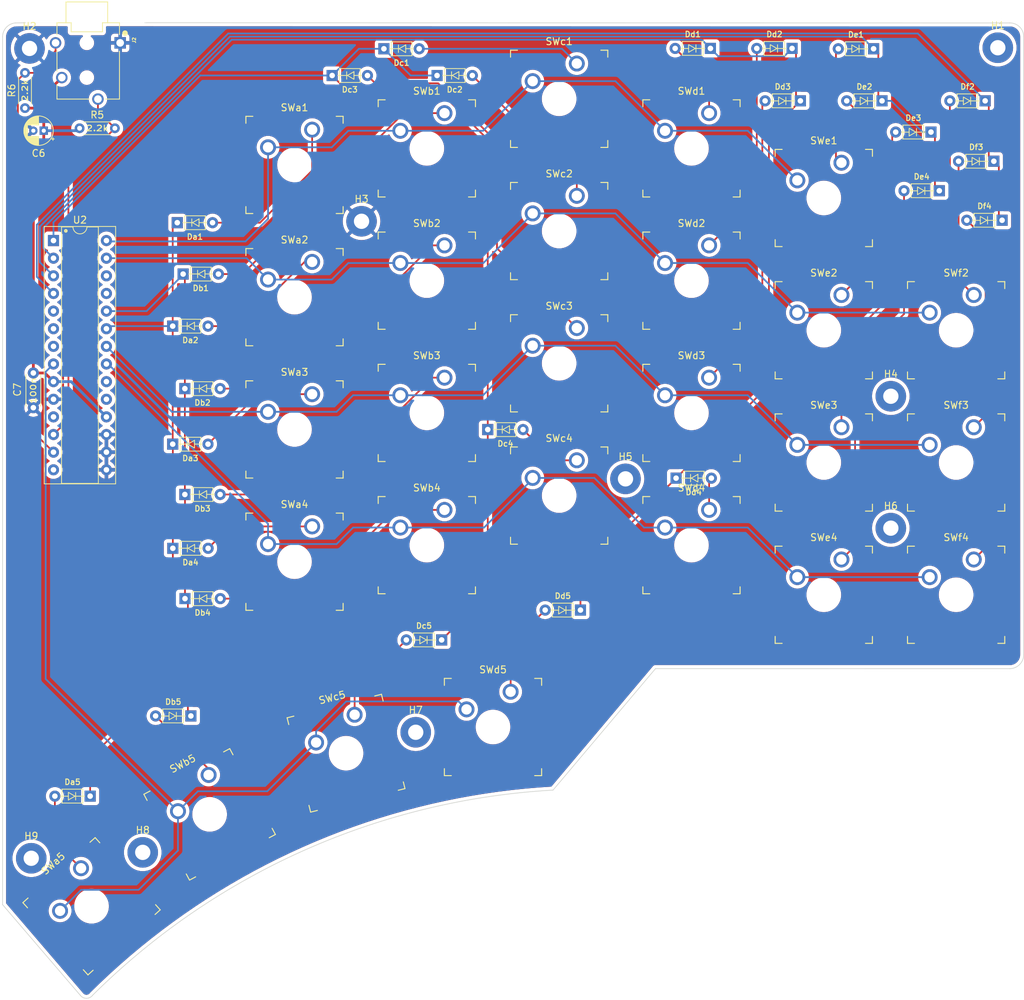
<source format=kicad_pcb>
(kicad_pcb (version 20211014) (generator pcbnew)
  (layers (0 "F.Cu" signal) (31 "B.Cu" signal) (36 "B.SilkS" user "B.Silkscreen") (37 "F.SilkS" user "F.Silkscreen") (38 "B.Mask" user) (39 "F.Mask" user) (44 "Edge.Cuts" user))
  (net 0 "")
  (net 1 "VCC")
  (net 2 "GND")
  (net 3 "/colA")
  (net 4 "Net-(Da1-Pad2)")
  (net 5 "Net-(Da2-Pad2)")
  (net 6 "Net-(Da3-Pad2)")
  (net 7 "Net-(Da4-Pad2)")
  (net 8 "Net-(Da5-Pad2)")
  (net 9 "/colB")
  (net 10 "Net-(Db1-Pad2)")
  (net 11 "Net-(Db2-Pad2)")
  (net 12 "Net-(Db3-Pad2)")
  (net 13 "Net-(Db4-Pad2)")
  (net 14 "Net-(Db5-Pad2)")
  (net 15 "/colC")
  (net 16 "Net-(Dc1-Pad2)")
  (net 17 "Net-(Dc2-Pad2)")
  (net 18 "Net-(Dc3-Pad2)")
  (net 19 "Net-(Dc4-Pad2)")
  (net 20 "Net-(Dc5-Pad2)")
  (net 21 "/colD")
  (net 22 "Net-(Dd1-Pad2)")
  (net 23 "Net-(Dd2-Pad2)")
  (net 24 "Net-(Dd3-Pad2)")
  (net 25 "Net-(Dd4-Pad2)")
  (net 26 "Net-(Dd5-Pad2)")
  (net 27 "/colE")
  (net 28 "Net-(De1-Pad2)")
  (net 29 "Net-(De2-Pad2)")
  (net 30 "Net-(De3-Pad2)")
  (net 31 "Net-(De4-Pad2)")
  (net 32 "/colF")
  (net 33 "Net-(Df2-Pad2)")
  (net 34 "Net-(Df3-Pad2)")
  (net 35 "Net-(Df4-Pad2)")
  (net 36 "/i2c_SCL")
  (net 37 "/i2c_SDA")
  (net 38 "/row1")
  (net 39 "/row2")
  (net 40 "/row3")
  (net 41 "/row4")
  (net 42 "/row5")
  (footprint "MountingHole:MountingHole_2.2mm_M2_Pad" (layer "F.Cu") (at 28.6 9.5)
    (fp_text reference "H5")
    (fp_text value "M2")
  )
  (footprint "BlueJay footprints:SW_MX_Plate" (layer "F.Cu") (at 38.1 -38.1)
    (fp_text reference "SWd1")
    (fp_text value "KEYSW")
  )
  (footprint "MountingHole:MountingHole_2.2mm_M2_Pad" (layer "F.Cu") (at -9.4 -27.6)
    (fp_text reference "H3")
    (fp_text value "M2")
  )
  (footprint "MountingHole:MountingHole_2.2mm_M2_Pad" (layer "F.Cu") (at 66.8 -2.4)
    (fp_text reference "H4")
    (fp_text value "M2")
  )
  (footprint "BlueJay footprints:D_DO-35_SOD27_P5.08mm_Horizontal" (layer "F.Cu") (at 7.5 2.4)
    (fp_text reference "Dc4")
    (fp_text value "1N4148")
  )
  (footprint "BlueJay footprints:D_DO-35_SOD27_P5.08mm_Horizontal" (layer "F.Cu") (at -36.1063 -3.5)
    (fp_text reference "Db2")
    (fp_text value "1N4148")
  )
  (footprint "BlueJay footprints:D_DO-35_SOD27_P5.08mm_Horizontal" (layer "F.Cu") (at -36.1063 11.75)
    (fp_text reference "Db3")
    (fp_text value "1N4148")
  )
  (footprint "BlueJay footprints:SW_MX_Plate" (layer "F.Cu") (at -31.2712 57.8263 28)
    (fp_text reference "SWb5")
    (fp_text value "KEYSW")
  )
  (footprint "BlueJay footprints:CUI_SJ-43514" (layer "F.Cu") (at -48.95 -50.7 -90)
    (fp_text reference "J2")
    (fp_text value "SJ-43514")
    (fp_line (start -5.5 2.25) (end -5.5 8.85) (layer "Edge.Cuts") (width 0.01))
    (fp_line (start -5.5 -2.25) (end -4.2 -2.25) (layer "Edge.Cuts") (width 0.01))
    (fp_line (start -5.5 -8.35) (end -5.5 -2.25) (layer "Edge.Cuts") (width 0.01))
    (fp_line (start -4.2 -2.25) (end -4.2 2.25) (layer "Edge.Cuts") (width 0.01))
    (fp_line (start -4.2 2.25) (end -5.5 2.25) (layer "Edge.Cuts") (width 0.01))
  )
  (footprint "BlueJay footprints:SW_MX_Plate" (layer "F.Cu") (at 0 -38.1)
    (fp_text reference "SWb1")
    (fp_text value "KEYSW")
  )
  (footprint "BlueJay footprints:SW_MX_Plate" (layer "F.Cu") (at 38.1 0)
    (fp_text reference "SWd3")
    (fp_text value "KEYSW")
  )
  (footprint "BlueJay footprints:CP_Radial_D4.0mm_P1.50mm" (layer "F.Cu") (at -55.15 -40.65 180)
    (fp_text reference "C6")
    (fp_text value "4.7u")
  )
  (footprint "BlueJay footprints:D_DO-35_SOD27_P5.08mm_Horizontal" (layer "F.Cu") (at -36.3563 -20)
    (fp_text reference "Db1")
    (fp_text value "1N4148")
  )
  (footprint "BlueJay footprints:D_DO-35_SOD27_P5.08mm_Horizontal" (layer "F.Cu") (at 84.0875 -27.75 180)
    (fp_text reference "Df4")
    (fp_text value "1N4148")
  )
  (footprint "BlueJay footprints:D_DO-35_SOD27_P5.08mm_Horizontal" (layer "F.Cu") (at 82.9 -36.25 180)
    (fp_text reference "Df3")
    (fp_text value "1N4148")
  )
  (footprint "BlueJay footprints:SW_MX_Plate" (layer "F.Cu") (at 76.2 -11.9063)
    (fp_text reference "SWf2")
    (fp_text value "KEYSW")
  )
  (footprint "MountingHole:MountingHole_2.2mm_M2_Pad" (layer "F.Cu") (at -57.2 -52.5)
    (fp_text reference "H2")
    (fp_text value "M2")
  )
  (footprint "BlueJay footprints:D_DO-35_SOD27_P5.08mm_Horizontal" (layer "F.Cu") (at 65.5875 -52.45 180)
    (fp_text reference "De1")
    (fp_text value "1N4148")
  )
  (footprint "MountingHole:MountingHole_2.2mm_M2_Pad" (layer "F.Cu") (at 82.2 -52.6)
    (fp_text reference "H1")
    (fp_text value "M2")
  )
  (footprint "BlueJay footprints:SW_MX_Plate" (layer "F.Cu") (at 38.1 19.05)
    (fp_text reference "SWd4")
    (fp_text value "KEYSW")
  )
  (footprint "MountingHole:MountingHole_2.2mm_M2_Pad" (layer "F.Cu") (at -1.6 46)
    (fp_text reference "H7")
    (fp_text value "M2")
  )
  (footprint "BlueJay footprints:SW_MX_Plate" (layer "F.Cu") (at 76.2 26.1938)
    (fp_text reference "SWf4")
    (fp_text value "KEYSW")
  )
  (footprint "BlueJay footprints:SW_MX_Plate" (layer "F.Cu") (at -19.05 2.3813)
    (fp_text reference "SWa3")
    (fp_text value "KEYSW")
  )
  (footprint "BlueJay footprints:SW_MX_Plate" (layer "F.Cu") (at 19.05 -7.1438)
    (fp_text reference "SWc3")
    (fp_text value "KEYSW")
  )
  (footprint "BlueJay footprints:D_DO-35_SOD27_P5.08mm_Horizontal" (layer "F.Cu") (at -37.8563 -12.5)
    (fp_text reference "Da2")
    (fp_text value "1N4148")
  )
  (footprint "MountingHole:MountingHole_2.2mm_M2_Pad" (layer "F.Cu") (at -40.9 63.3)
    (fp_text reference "H8")
    (fp_text value "M2")
  )
  (footprint "BlueJay footprints:SW_MX_Plate" (layer "F.Cu") (at 38.1 -19.05)
    (fp_text reference "SWd2")
    (fp_text value "KEYSW")
  )
  (footprint "BlueJay footprints:SW_MX_Plate" (layer "F.Cu") (at 0 -19.05)
    (fp_text reference "SWb2")
    (fp_text value "KEYSW")
  )
  (footprint "BlueJay footprints:D_DO-35_SOD27_P5.08mm_Horizontal" (layer "F.Cu") (at -37.8563 4.5)
    (fp_text reference "Da3")
    (fp_text value "1N4148")
  )
  (footprint "BlueJay footprints:SW_MX_Plate" (layer "F.Cu") (at 76.2 7.1438)
    (fp_text reference "SWf3")
    (fp_text value "KEYSW")
  )
  (footprint "BlueJay footprints:R_Axial_DIN0204_L3.6mm_D1.6mm_P5.08mm_Horizontal" (layer "F.Cu") (at -57.85 -43.9 90)
    (fp_text reference "R6")
    (fp_text value "2.2k")
  )
  (footprint "BlueJay footprints:SW_MX_Plate" (layer "F.Cu") (at 0 0)
    (fp_text reference "SWb3")
    (fp_text value "KEYSW")
  )
  (footprint "BlueJay footprints:D_DO-35_SOD27_P5.08mm_Horizontal" (layer "F.Cu") (at 34.6125 9.4)
    (fp_text reference "Dd4")
    (fp_text value "1N4148")
  )
  (footprint "BlueJay footprints:SW_MX_Plate" (layer "F.Cu") (at 57.15 26.1938)
    (fp_text reference "SWe4")
    (fp_text value "KEYSW")
  )
  (footprint "BlueJay footprints:SW_MX_Plate" (layer "F.Cu") (at -19.05 -16.6688)
    (fp_text reference "SWa2")
    (fp_text value "KEYSW")
  )
  (footprint "BlueJay footprints:SW_MX_Plate" (layer "F.Cu") (at 0 19.05)
    (fp_text reference "SWb4")
    (fp_text value "KEYSW")
  )
  (footprint "BlueJay footprints:D_DO-35_SOD27_P5.08mm_Horizontal" (layer "F.Cu") (at 42.1 -52.5 180)
    (fp_text reference "Dd1")
    (fp_text value "1N4148")
  )
  (footprint "BlueJay footprints:SW_MX_Plate" (layer "F.Cu") (at -19.05 -35.7188)
    (fp_text reference "SWa1")
    (fp_text value "KEYSW")
  )
  (footprint "BlueJay footprints:SW_MX_Plate" (layer "F.Cu") (at 57.15 7.1438)
    (fp_text reference "SWe3")
    (fp_text value "KEYSW")
  )
  (footprint "BlueJay footprints:D_DO-35_SOD27_P5.08mm_Horizontal" (layer "F.Cu") (at 55.05 -44.95 180)
    (fp_text reference "Dd3")
    (fp_text value "1N4148")
  )
  (footprint "BlueJay footprints:D_DO-35_SOD27_P5.08mm_Horizontal" (layer "F.Cu") (at -36.0875 26.75)
    (fp_text reference "Db4")
    (fp_text value "1N4148")
  )
  (footprint "BlueJay footprints:SW_MX_Plate" (layer "F.Cu") (at 19.05 -45.2438)
    (fp_text reference "SWc1")
    (fp_text value "KEYSW")
  )
  (footprint "BlueJay footprints:D_DO-35_SOD27_P5.08mm_Horizontal" (layer "F.Cu") (at 73.85 -40.45 180)
    (fp_text reference "De3")
    (fp_text value "1N4148")
  )
  (footprint "MountingHole:MountingHole_2.2mm_M2_Pad" (layer "F.Cu") (at -56.95 64.15)
    (fp_text reference "H9")
    (fp_text value "M2")
  )
  (footprint "BlueJay footprints:D_DO-35_SOD27_P5.08mm_Horizontal" (layer "F.Cu") (at -7.45 -52.45)
    (fp_text reference "Dc1")
    (fp_text value "1N4148")
  )
  (footprint "BlueJay footprints:R_Axial_DIN0204_L3.6mm_D1.6mm_P5.08mm_Horizontal" (layer "F.Cu") (at -49.99 -41)
    (fp_text reference "R5")
    (fp_text value "2.2k")
  )
  (footprint "BlueJay footprints:SW_MX_Plate" (layer "F.Cu") (at -11.6312 49.0163 14)
    (fp_text reference "SWc5")
    (fp_text value "KEYSW")
  )
  (footprint "BlueJay footprints:SW_MX_Plate" (layer "F.Cu") (at -19.05 21.4313)
    (fp_text reference "SWa4")
    (fp_text value "KEYSW")
  )
  (footprint "BlueJay footprints:D_DO-35_SOD27_P5.08mm_Horizontal" (layer "F.Cu") (at -14.9 -48.6)
    (fp_text reference "Dc3")
    (fp_text value "1N4148")
  )
  (footprint "BlueJay footprints:D_DO-35_SOD27_P5.08mm_Horizontal" (layer "F.Cu") (at 53.85 -52.5 180)
    (fp_text reference "Dd2")
    (fp_text value "1N4148")
  )
  (footprint "BlueJay footprints:C_Disc_D4.3mm_W1.9mm_P5.00mm" (layer "F.Cu") (at -56.65 -5.75 -90)
    (fp_text reference "C7")
    (fp_text value "100n")
  )
  (footprint "BlueJay footprints:SW_MX_Plate" (layer "F.Cu") (at 9.525 45.2438)
    (fp_text reference "SWd5")
    (fp_text value "KEYSW")
  )
  (footprint "BlueJay footprints:D_DO-35_SOD27_P5.08mm_Horizontal" (layer "F.Cu") (at 23.3875 28.4 180)
    (fp_text reference "Dd5")
    (fp_text value "1N4148")
  )
  (footprint "Package_DIP_AKL:DIP-28_W7.62mm_Socket" (layer "F.Cu") (at -53.75 -24.825)
    (fp_text reference "U2")
    (fp_text value "MCP23017")
  )
  (footprint "BlueJay footprints:SW_MX_Plate" (layer "F.Cu") (at 19.05 11.9063)
    (fp_text reference "SWc4")
    (fp_text value "KEYSW")
  )
  (footprint "BlueJay footprints:D_DO-35_SOD27_P5.08mm_Horizontal" (layer "F.Cu") (at 0.2 -48.6)
    (fp_text reference "Dc2")
    (fp_text value "1N4148")
  )
  (footprint "BlueJay footprints:SW_MX_Plate" (layer "F.Cu") (at 57.15 -11.9063)
    (fp_text reference "SWe2")
    (fp_text value "KEYSW")
  )
  (footprint "BlueJay footprints:D_DO-35_SOD27_P5.08mm_Horizontal" (layer "F.Cu") (at 66.8 -44.95 180)
    (fp_text reference "De2")
    (fp_text value "1N4148")
  )
  (footprint "BlueJay footprints:D_DO-35_SOD27_P5.08mm_Horizontal" (layer "F.Cu") (at 3.4 32.7 180)
    (fp_text reference "Dc5")
    (fp_text value "1N4148")
  )
  (footprint "BlueJay footprints:D_DO-35_SOD27_P5.08mm_Horizontal" (layer "F.Cu") (at 81.65 -44.95 180)
    (fp_text reference "Df2")
    (fp_text value "1N4148")
  )
  (footprint "BlueJay footprints:SW_MX_Plate" (layer "F.Cu") (at 19.05 -26.1938)
    (fp_text reference "SWc2")
    (fp_text value "KEYSW")
  )
  (footprint "BlueJay footprints:D_DO-35_SOD27_P5.08mm_Horizontal" (layer "F.Cu") (at -37.8375 19.5)
    (fp_text reference "Da4")
    (fp_text value "1N4148")
  )
  (footprint "BlueJay footprints:D_DO-35_SOD27_P5.08mm_Horizontal" (layer "F.Cu") (at -32.7 43.65 180)
    (fp_text reference "Db5")
    (fp_text value "1N4148")
  )
  (footprint "BlueJay footprints:SW_MX_Plate" (layer "F.Cu") (at -48.27 71.06 42)
    (fp_text reference "SWa5")
    (fp_text value "KEYSW")
  )
  (footprint "BlueJay footprints:D_DO-35_SOD27_P5.08mm_Horizontal" (layer "F.Cu") (at 75.05 -32 180)
    (fp_text reference "De4")
    (fp_text value "1N4148")
  )
  (footprint "BlueJay footprints:SW_MX_Plate" (layer "F.Cu") (at 57.15 -30.9563)
    (fp_text reference "SWe1")
    (fp_text value "KEYSW")
  )
  (footprint "BlueJay footprints:D_DO-35_SOD27_P5.08mm_Horizontal" (layer "F.Cu") (at -37.2 -27.4)
    (fp_text reference "Da1")
    (fp_text value "1N4148")
  )
  (footprint "MountingHole:MountingHole_2.2mm_M2_Pad" (layer "F.Cu") (at 66.8 16.6)
    (fp_text reference "H6")
    (fp_text value "M2")
  )
  (footprint "BlueJay footprints:D_DO-35_SOD27_P5.08mm_Horizontal" (layer "F.Cu") (at -47.2 55.2 180)
    (fp_text reference "Da5")
    (fp_text value "1N4148")
  )
  (gr_line (start 85.928875 34.81) (end 85.927845 -54.17775) (layer "Edge.Cuts") (width 0.1))
  (gr_line (start -57.8 -56.2) (end -59.2 -56.175) (layer "Edge.Cuts") (width 0.1))
  (gr_arc (start 85.928875 34.81) (mid 85.346563 36.23553) (end 83.928876 36.836717) (layer "Edge.Cuts") (width 0.1))
  (gr_arc (start -61.077843 -54.17) (mid -60.533214 -55.541811) (end -59.2 -56.175) (layer "Edge.Cuts") (width 0.1))
  (gr_line (start 83.927845 -56.17) (end -40.6 -56.2) (layer "Edge.Cuts") (width 0.1))
  (gr_line (start -49.877844 83.9) (end -61.077844 70.83) (layer "Edge.Cuts") (width 0.1))
  (gr_line (start 32.922156 36.83) (end 83.928876 36.836717) (layer "Edge.Cuts") (width 0.1))
  (gr_arc (start -48.107844 83.87) (mid -48.985464 84.321423) (end -49.877844 83.9) (layer "Edge.Cuts") (width 0.1))
  (gr_arc (start -48.107844 83.87) (mid -17.679753 63.015187) (end 18.172156 54.33) (layer "Edge.Cuts") (width 0.1))
  (gr_line (start 18.172156 54.33) (end 32.922156 36.83) (layer "Edge.Cuts") (width 0.1))
  (gr_line (start -61.077843 -54.17) (end -61.077844 70.83) (layer "Edge.Cuts") (width 0.1))
  (gr_arc (start 83.927845 -56.17) (mid 85.346087 -55.593736) (end 85.927845 -54.17775) (layer "Edge.Cuts") (width 0.1))
  (segment (start -55.15 -39.25) (end -55.15 -40.65) (width 0.4) (layer "F.Cu") (net 1))
  (segment (start -57.85 -43.9) (end -55.2 -43.9) (width 0.4) (layer "F.Cu") (net 1))
  (segment (start -56.65 -5.75) (end -54.995 -5.75) (width 0.4) (layer "F.Cu") (net 1))
  (segment (start -55.15 -40.65) (end -55.15 -43.95) (width 0.4) (layer "F.Cu") (net 1))
  (segment (start -55.2 -43.9) (end -55.15 -43.95) (width 0.4) (layer "F.Cu") (net 1))
  (segment (start -55.15 -43.95) (end -55.15 -45.7) (width 0.4) (layer "F.Cu") (net 1))
  (segment (start -54.995 -5.75) (end -53.75 -4.505) (width 0.4) (layer "F.Cu") (net 1))
  (segment (start -56.65 -37.75) (end -55.15 -39.25) (width 0.4) (layer "F.Cu") (net 1))
  (segment (start -55.15 -45.7) (end -52.55 -48.3) (width 0.4) (layer "F.Cu") (net 1))
  (segment (start -56.65 -5.75) (end -56.65 -37.75) (width 0.4) (layer "F.Cu") (net 1))
  (segment (start -55.15 -40.65) (end -50.34 -40.65) (width 0.4) (layer "B.Cu") (net 1))
  (segment (start -50.34 -40.65) (end -49.99 -41) (width 0.4) (layer "B.Cu") (net 1))
  (segment (start -51.21 -4.505) (end -46.13 0.575) (width 0.4) (layer "B.Cu") (net 1))
  (segment (start -53.75 -4.505) (end -51.21 -4.505) (width 0.4) (layer "B.Cu") (net 1))
  (segment (start -36.5675 19.5) (end -36.5675 4.5188) (width 0.25) (layer "F.Cu") (net 3))
  (segment (start -36.5863 -26.7437) (end -35.93 -27.4) (width 0.25) (layer "F.Cu") (net 3))
  (segment (start -36.5675 4.5188) (end -36.5863 4.5) (width 0.25) (layer "F.Cu") (net 3))
  (segment (start -48.47 55.2) (end -48.47 49.72) (width 0.25) (layer "F.Cu") (net 3))
  (segment (start -36.5863 -12.5) (end -36.5863 -26.7437) (width 0.25) (layer "F.Cu") (net 3))
  (segment (start -36.5675 37.8175) (end -36.5675 19.5) (width 0.25) (layer "F.Cu") (net 3))
  (segment (start -48.47 49.72) (end -36.5675 37.8175) (width 0.25) (layer "F.Cu") (net 3))
  (segment (start -36.5863 4.5) (end -36.5863 -12.5) (width 0.25) (layer "F.Cu") (net 3))
  (segment (start -45.755 -12.5) (end -46.13 -12.125) (width 0.25) (layer "B.Cu") (net 3))
  (segment (start -36.5863 -12.5) (end -45.755 -12.5) (width 0.25) (layer "B.Cu") (net 3))
  (segment (start -24.019346 -27.4) (end -30.85 -27.4) (width 0.25) (layer "F.Cu") (net 4))
  (segment (start -16.51 -40.7988) (end -16.51 -34.909346) (width 0.25) (layer "F.Cu") (net 4))
  (segment (start -16.51 -34.909346) (end -24.019346 -27.4) (width 0.25) (layer "F.Cu") (net 4))
  (segment (start -17.6012 -21.7488) (end -26.85 -12.5) (width 0.25) (layer "F.Cu") (net 5))
  (segment (start -16.51 -21.7488) (end -17.6012 -21.7488) (width 0.25) (layer "F.Cu") (net 5))
  (segment (start -26.85 -12.5) (end -31.5063 -12.5) (width 0.25) (layer "F.Cu") (net 5))
  (segment (start -16.51 -2.6987) (end -24.3076 -2.6987) (width 0.25) (layer "F.Cu") (net 6))
  (segment (start -24.3076 -2.6987) (end -31.5063 4.5) (width 0.25) (layer "F.Cu") (net 6))
  (segment (start -16.51 16.3513) (end -28.3388 16.3513) (width 0.25) (layer "F.Cu") (net 7))
  (segment (start -28.3388 16.3513) (end -31.4875 19.5) (width 0.25) (layer "F.Cu") (net 7))
  (segment (start -53.55 61.816829) (end -49.781596 65.585233) (width 0.25) (layer "F.Cu") (net 8))
  (segment (start -53.55 55.2) (end -53.55 61.816829) (width 0.25) (layer "F.Cu") (net 8))
  (segment (start -34.8363 11.75) (end -34.8363 -3.5) (width 0.25) (layer "F.Cu") (net 9))
  (segment (start -34.8363 -19.75) (end -35.0863 -20) (width 0.25) (layer "F.Cu") (net 9))
  (segment (start -33.97 43.65) (end -34.4 43.22) (width 0.25) (layer "F.Cu") (net 9))
  (segment (start -34.8175 26.75) (end -34.8175 11.7688) (width 0.25) (layer "F.Cu") (net 9))
  (segment (start -34.8363 -3.5) (end -34.8363 -19.75) (width 0.25) (layer "F.Cu") (net 9))
  (segment (start -34.4 43.22) (end -34.4 27.1675) (width 0.25) (layer "F.Cu") (net 9))
  (segment (start -34.8175 11.7688) (end -34.8363 11.75) (width 0.25) (layer "F.Cu") (net 9))
  (segment (start -34.4 27.1675) (end -34.8175 26.75) (width 0.25) (layer "F.Cu") (net 9))
  (segment (start -35.0863 -20) (end -35.0863 -19.9137) (width 0.25) (layer "B.Cu") (net 9))
  (segment (start -40.335 -14.665) (end -46.13 -14.665) (width 0.25) (layer "B.Cu") (net 9))
  (segment (start -35.0863 -19.9137) (end -40.335 -14.665) (width 0.25) (layer "B.Cu") (net 9))
  (segment (start 2.54 -43.18) (end -3.345375 -43.18) (width 0.25) (layer "F.Cu") (net 10))
  (segment (start -3.345375 -43.18) (end -26.525375 -20) (width 0.25) (layer "F.Cu") (net 10))
  (segment (start -26.525375 -20) (end -30.0063 -20) (width 0.25) (layer "F.Cu") (net 10))
  (segment (start -19.824625 -3.5) (end -29.7563 -3.5) (width 0.25) (layer "F.Cu") (net 11))
  (segment (start 0.805375 -24.13) (end -19.824625 -3.5) (width 0.25) (layer "F.Cu") (net 11))
  (segment (start 2.54 -24.13) (end 0.805375 -24.13) (width 0.25) (layer "F.Cu") (net 11))
  (segment (start 0.805375 -5.08) (end -16.024625 11.75) (width 0.25) (layer "F.Cu") (net 12))
  (segment (start -16.024625 11.75) (end -29.7563 11.75) (width 0.25) (layer "F.Cu") (net 12))
  (segment (start 2.54 -5.08) (end 0.805375 -5.08) (width 0.25) (layer "F.Cu") (net 12))
  (segment (start -17.4 26.75) (end -29.7375 26.75) (width 0.25) (layer "F.Cu") (net 13))
  (segment (start -4.62 13.97) (end -17.4 26.75) (width 0.25) (layer "F.Cu") (net 13))
  (segment (start 2.54 13.97) (end -4.62 13.97) (width 0.25) (layer "F.Cu") (net 13))
  (segment (start -31.413429 51.286571) (end -31.413429 52.148468) (width 0.25) (layer "F.Cu") (net 14))
  (segment (start -39.05 43.65) (end -31.413429 51.286571) (width 0.25) (layer "F.Cu") (net 14))
  (segment (start 2.25 -45.9) (end -10.93 -45.9) (width 0.25) (layer "F.Cu") (net 15))
  (segment (start 8.77 -39.38) (end 2.25 -45.9) (width 0.25) (layer "F.Cu") (net 15))
  (segment (start 8.77 26.06) (end 8.77 2.4) (width 0.25) (layer "F.Cu") (net 15))
  (segment (start 8.77 2.4) (end 8.77 -39.38) (width 0.25) (layer "F.Cu") (net 15))
  (segment (start -10.93 -45.9) (end -13.63 -48.6) (width 0.25) (layer "F.Cu") (net 15))
  (segment (start 2.13 32.7) (end 8.77 26.06) (width 0.25) (layer "F.Cu") (net 15))
  (segment (start -9.78 -52.45) (end -13.63 -48.6) (width 0.25) (layer "B.Cu") (net 15))
  (segment (start -53.75 -27.464282) (end -53.75 -24.825) (width 0.25) (layer "B.Cu") (net 15))
  (segment (start -32.614282 -48.6) (end -53.75 -27.464282) (width 0.25) (layer "B.Cu") (net 15))
  (segment (start -13.63 -48.6) (end -32.614282 -48.6) (width 0.25) (layer "B.Cu") (net 15))
  (segment (start -2.33 -48.6) (end -6.18 -52.45) (width 0.25) (layer "B.Cu") (net 15))
  (segment (start -6.18 -52.45) (end -9.78 -52.45) (width 0.25) (layer "B.Cu") (net 15))
  (segment (start 1.47 -48.6) (end -2.33 -48.6) (width 0.25) (layer "B.Cu") (net 15))
  (segment (start 19.4638 -52.45) (end 21.59 -50.3238) (width 0.25) (layer "B.Cu") (net 16))
  (segment (start -1.1 -52.45) (end 19.4638 -52.45) (width 0.25) (layer "B.Cu") (net 16))
  (segment (start 21.59 -31.2738) (end 21.59 -33.56) (width 0.25) (layer "F.Cu") (net 17))
  (segment (start 21.59 -33.56) (end 6.55 -48.6) (width 0.25) (layer "F.Cu") (net 17))
  (segment (start 1.624511 -47.475489) (end -7.425489 -47.475489) (width 0.25) (layer "F.Cu") (net 18))
  (segment (start 10.1 -39) (end 1.624511 -47.475489) (width 0.25) (layer "F.Cu") (net 18))
  (segment (start 10.1 -23.7138) (end 10.1 -39) (width 0.25) (layer "F.Cu") (net 18))
  (segment (start 21.59 -12.2238) (end 10.1 -23.7138) (width 0.25) (layer "F.Cu") (net 18))
  (segment (start -7.425489 -47.475489) (end -8.55 -48.6) (width 0.25) (layer "F.Cu") (net 18))
  (segment (start 21.59 6.8263) (end 18.2763 6.8263) (width 0.25) (layer "F.Cu") (net 19))
  (segment (start 18.2763 6.8263) (end 13.85 2.4) (width 0.25) (layer "F.Cu") (net 19))
  (segment (start -10.395612 40.145612) (end -2.95 32.7) (width 0.25) (layer "F.Cu") (net 20))
  (segment (start -10.395612 43.472716) (end -10.395612 40.145612) (width 0.25) (layer "F.Cu") (net 20))
  (segment (start 22.1175 23.165) (end 35.8825 9.4) (width 0.25) (layer "F.Cu") (net 21))
  (segment (start 22.1175 28.4) (end 22.1175 23.165) (width 0.25) (layer "F.Cu") (net 21))
  (segment (start 53.15 -45.58) (end 53.15 -51.93) (width 0.25) (layer "F.Cu") (net 21))
  (segment (start 53.78 -44.95) (end 53.15 -45.58) (width 0.25) (layer "F.Cu") (net 21))
  (segment (start 35.8825 9.4) (end 49.25 -3.9675) (width 0.25) (layer "F.Cu") (net 21))
  (segment (start 49.25 -40.42) (end 53.78 -44.95) (width 0.25) (layer "F.Cu") (net 21))
  (segment (start 49.25 -3.9675) (end 49.25 -40.42) (width 0.25) (layer "F.Cu") (net 21))
  (segment (start 36.17 9.5) (end 35.5 9.5) (width 0.25) (layer "F.Cu") (net 21))
  (segment (start 53.15 -51.93) (end 52.58 -52.5) (width 0.25) (layer "F.Cu") (net 21))
  (segment (start -55.2 -26.65) (end -55.2 -23.735) (width 0.25) (layer "B.Cu") (net 21))
  (segment (start -28.1 -53.75) (end -55.2 -26.65) (width 0.25) (layer "B.Cu") (net 21))
  (segment (start -55.2 -23.735) (end -53.75 -22.285) (width 0.25) (layer "B.Cu") (net 21))
  (segment (start 40.83 -52.5) (end 39.58 -53.75) (width 0.25) (layer "B.Cu") (net 21))
  (segment (start 41.954511 -51.375489) (end 40.83 -52.5) (width 0.25) (layer "B.Cu") (net 21))
  (segment (start 51.455489 -51.375489) (end 41.954511 -51.375489) (width 0.25) (layer "B.Cu") (net 21))
  (segment (start 52.58 -52.5) (end 51.455489 -51.375489) (width 0.25) (layer "B.Cu") (net 21))
  (segment (start 39.58 -53.75) (end -28.1 -53.75) (width 0.25) (layer "B.Cu") (net 21))
  (segment (start 40.64 -47.61) (end 35.75 -52.5) (width 0.25) (layer "F.Cu") (net 22))
  (segment (start 40.64 -43.18) (end 40.64 -47.61) (width 0.25) (layer "F.Cu") (net 22))
  (segment (start 40.64 -24.13) (end 47.5 -30.99) (width 0.25) (layer "F.Cu") (net 23))
  (segment (start 47.5 -30.99) (end 47.5 -52.5) (width 0.25) (layer "F.Cu") (net 23))
  (segment (start 48.3 -44.55) (end 48.7 -44.95) (width 0.25) (layer "F.Cu") (net 24))
  (segment (start 40.64 -5.08) (end 48.3 -12.74) (width 0.25) (layer "F.Cu") (net 24))
  (segment (start 48.3 -12.74) (end 48.3 -44.55) (width 0.25) (layer "F.Cu") (net 24))
  (segment (start 40.64 9.7225) (end 40.9625 9.4) (width 0.25) (layer "F.Cu") (net 25))
  (segment (start 40.64 13.97) (end 40.64 9.7225) (width 0.25) (layer "F.Cu") (net 25))
  (segment (start 12.065 40.1638) (end 12.065 33.3725) (width 0.25) (layer "F.Cu") (net 26))
  (segment (start 12.065 33.3725) (end 17.0375 28.4) (width 0.25) (layer "F.Cu") (net 26))
  (segment (start 65.53 -44.95) (end 65 -45.48) (width 0.25) (layer "F.Cu") (net 27))
  (segment (start 73.78 -32) (end 73.15 -32.63) (width 0.25) (layer "F.Cu") (net 27))
  (segment (start 73.15 -32.63) (end 73.15 -39.88) (width 0.25) (layer "F.Cu") (net 27))
  (segment (start 65 -45.48) (end 65 -51.7675) (width 0.25) (layer "F.Cu") (net 27))
  (segment (start 65 -51.7675) (end 64.3175 -52.45) (width 0.25) (layer "F.Cu") (net 27))
  (segment (start 73.15 -39.88) (end 72.58 -40.45) (width 0.25) (layer "F.Cu") (net 27))
  (segment (start 62.56798 -54.19952) (end -28.35048 -54.19952) (width 0.25) (layer "B.Cu") (net 27))
  (segment (start 66.85 -44.95) (end 65.53 -44.95) (width 0.25) (layer "B.Cu") (net 27))
  (segment (start -55.70048 -21.69548) (end -53.75 -19.745) (width 0.25) (layer "B.Cu") (net 27))
  (segment (start -28.35048 -54.19952) (end -55.70048 -26.84952) (width 0.25) (layer "B.Cu") (net 27))
  (segment (start 64.3175 -52.45) (end 62.56798 -54.19952) (width 0.25) (layer "B.Cu") (net 27))
  (segment (start 71.35 -40.45) (end 66.85 -44.95) (width 0.25) (layer "B.Cu") (net 27))
  (segment (start 72.58 -40.45) (end 71.35 -40.45) (width 0.25) (layer "B.Cu") (net 27))
  (segment (start -55.70048 -26.84952) (end -55.70048 -21.69548) (width 0.25) (layer "B.Cu") (net 27))
  (segment (start 58.9 -36.8263) (end 58.9 -52.1125) (width 0.25) (layer "F.Cu") (net 28))
  (segment (start 58.9 -52.1125) (end 59.2375 -52.45) (width 0.25) (layer "F.Cu") (net 28))
  (segment (start 59.69 -36.0363) (end 58.9 -36.8263) (width 0.25) (layer "F.Cu") (net 28))
  (segment (start 59.69 -16.9863) (end 61.75 -19.0463) (width 0.25) (layer "F.Cu") (net 29))
  (segment (start 61.75 -43.65) (end 60.45 -44.95) (width 0.25) (layer "F.Cu") (net 29))
  (segment (start 61.75 -19.0463) (end 61.75 -43.65) (width 0.25) (layer "F.Cu") (net 29))
  (segment (start 59.69 -9.69) (end 67 -17) (width 0.25) (layer "F.Cu") (net 30))
  (segment (start 67 -39.95) (end 67.5 -40.45) (width 0.25) (layer "F.Cu") (net 30))
  (segment (start 59.69 2.0638) (end 59.69 -9.69) (width 0.25) (layer "F.Cu") (net 30))
  (segment (start 67 -17) (end 67 -39.95) (width 0.25) (layer "F.Cu") (net 30))
  (segment (start 68.7 -14.25) (end 68.7 -32) (width 0.25) (layer "F.Cu") (net 31))
  (segment (start 61.65 -7.2) (end 68.7 -14.25) (width 0.25) (layer "F.Cu") (net 31))
  (segment (start 61.65 19.1538) (end 61.65 -7.2) (width 0.25) (layer "F.Cu") (net 31))
  (segment (start 59.69 21.1138) (end 61.65 19.1538) (width 0.25) (layer "F.Cu") (net 31))
  (segment (start 82.8175 -27.75) (end 82.35 -28.2175) (width 0.25) (layer "F.Cu") (net 32))
  (segment (start 80.9 -44.43) (end 80.38 -44.95) (width 0.25) (layer "F.Cu") (net 32))
  (segment (start 82.35 -35.53) (end 81.63 -36.25) (width 0.25) (layer "F.Cu") (net 32))
  (segment (start 80.9 -36.98) (end 80.9 -44.43) (width 0.25) (layer "F.Cu") (net 32))
  (segment (start 81.63 -36.25) (end 80.9 -36.98) (width 0.25) (layer "F.Cu") (net 32))
  (segment (start 82.35 -28.2175) (end 82.35 -35.53) (width 0.25) (layer "F.Cu") (net 32))
  (segment (start -28.60096 -54.64904) (end -56.15 -27.1) (width 0.25) (layer "B.Cu") (net 32))
  (segment (start -56.15 -27.1) (end -56.15 -19.605) (width 0.25) (layer "B.Cu") (net 32))
  (segment (start 80.38 -44.95) (end 70.68096 -54.64904) (width 0.25) (layer "B.Cu") (net 32))
  (segment (start -56.15 -19.605) (end -53.75 -17.205) (width 0.25) (layer "B.Cu") (net 32))
  (segment (start 70.68096 -54.64904) (end -28.60096 -54.64904) (width 0.25) (layer "B.Cu") (net 32))
  (segment (start 78.74 -16.9863) (end 75.3 -20.4263) (width 0.25) (layer "F.Cu") (net 33))
  (segment (start 75.3 -20.4263) (end 75.3 -44.95) (width 0.25) (layer "F.Cu") (net 33))
  (segment (start 80.45 -22.75) (end 76.55 -26.65) (width 0.25) (layer "F.Cu") (net 34))
  (segment (start 78.74 2.0638) (end 80.45 0.3538) (width 0.25) (layer "F.Cu") (net 34))
  (segment (start 76.55 -26.65) (end 76.55 -36.25) (width 0.25) (layer "F.Cu") (net 34))
  (segment (start 80.45 0.3538) (end 80.45 -22.75) (width 0.25) (layer "F.Cu") (net 34))
  (segment (start 81.9 -23.5875) (end 77.7375 -27.75) (width 0.25) (layer "F.Cu") (net 35))
  (segment (start 78.74 21.1138) (end 81.9 17.9538) (width 0.25) (layer "F.Cu") (net 35))
  (segment (start 81.9 17.9538) (end 81.9 -23.5875) (width 0.25) (layer "F.Cu") (net 35))
  (segment (start -51.6 -34.31) (end -51.6 0.965) (width 0.25) (layer "F.Cu") (net 36))
  (segment (start -47.35 -45.2) (end -47.35 -43.44) (width 0.25) (layer "F.Cu") (net 36))
  (segment (start -47.35 -43.44) (end -44.91 -41) (width 0.25) (layer "F.Cu") (net 36))
  (segment (start -51.6 0.965) (end -53.75 3.115) (width 0.25) (layer "F.Cu") (net 36))
  (segment (start -44.91 -41) (end -51.6 -34.31) (width 0.25) (layer "F.Cu") (net 36))
  (segment (start -58.874511 -47.955489) (end -58.874511 0.530489) (width 0.25) (layer "F.Cu") (net 37))
  (segment (start -56.603274 -48.98) (end -57.85 -48.98) (width 0.25) (layer "F.Cu") (net 37))
  (segment (start -58.874511 0.530489) (end -53.75 5.655) (width 0.25) (layer "F.Cu") (net 37))
  (segment (start -53.45 -53.3) (end -53.45 -52.133274) (width 0.25) (layer "F.Cu") (net 37))
  (segment (start -57.85 -48.98) (end -58.874511 -47.955489) (width 0.25) (layer "F.Cu") (net 37))
  (segment (start -53.45 -52.133274) (end -56.603274 -48.98) (width 0.25) (layer "F.Cu") (net 37))
  (segment (start 53.34 -33.4963) (end 46.1963 -40.64) (width 0.25) (layer "B.Cu") (net 38))
  (segment (start -3.81 -40.64) (end -11.31 -40.64) (width 0.25) (layer "B.Cu") (net 38))
  (segment (start -46.005 -24.7) (end -46.13 -24.825) (width 0.25) (layer "B.Cu") (net 38))
  (segment (start 15.24 -47.7838) (end 8.0962 -40.64) (width 0.25) (layer "B.Cu") (net 38))
  (segment (start -13.6912 -38.2588) (end -22.86 -38.2588) (width 0.25) (layer "B.Cu") (net 38))
  (segment (start -26.1 -24.7) (end -46.005 -24.7) (width 0.25) (layer "B.Cu") (net 38))
  (segment (start 8.0962 -40.64) (end -3.81 -40.64) (width 0.25) (layer "B.Cu") (net 38))
  (segment (start -22.86 -38.2588) (end -22.86 -27.94) (width 0.25) (layer "B.Cu") (net 38))
  (segment (start 34.29 -40.64) (end 27.1462 -47.7838) (width 0.25) (layer "B.Cu") (net 38))
  (segment (start 46.1963 -40.64) (end 34.29 -40.64) (width 0.25) (layer "B.Cu") (net 38))
  (segment (start -22.86 -27.94) (end -26.1 -24.7) (width 0.25) (layer "B.Cu") (net 38))
  (segment (start 27.1462 -47.7838) (end 15.24 -47.7838) (width 0.25) (layer "B.Cu") (net 38))
  (segment (start -11.31 -40.64) (end -13.6912 -38.2588) (width 0.25) (layer "B.Cu") (net 38))
  (segment (start 8.14 -21.59) (end -3.81 -21.59) (width 0.25) (layer "B.Cu") (net 39))
  (segment (start 15.24 -28.7338) (end 15.24 -28.69) (width 0.25) (layer "B.Cu") (net 39))
  (segment (start 27.1462 -28.7338) (end 15.24 -28.7338) (width 0.25) (layer "B.Cu") (net 39))
  (segment (start 15.24 -28.69) (end 8.14 -21.59) (width 0.25) (layer "B.Cu") (net 39))
  (segment (start 34.29 -21.59) (end 27.1462 -28.7338) (width 0.25) (layer "B.Cu") (net 39))
  (segment (start -11.31 -21.59) (end -13.6912 -19.2088) (width 0.25) (layer "B.Cu") (net 39))
  (segment (start -22.86 -19.2088) (end -25.9362 -22.285) (width 0.25) (layer "B.Cu") (net 39))
  (segment (start 53.34 -14.4463) (end 46.1963 -21.59) (width 0.25) (layer "B.Cu") (net 39))
  (segment (start 46.1963 -21.59) (end 34.29 -21.59) (width 0.25) (layer "B.Cu") (net 39))
  (segment (start -3.81 -21.59) (end -11.31 -21.59) (width 0.25) (layer "B.Cu") (net 39))
  (segment (start -13.6912 -19.2088) (end -22.86 -19.2088) (width 0.25) (layer "B.Cu") (net 39))
  (segment (start 72.39 -14.4463) (end 53.34 -14.4463) (width 0.25) (layer "B.Cu") (net 39))
  (segment (start -25.9362 -22.285) (end -46.13 -22.285) (width 0.25) (layer "B.Cu") (net 39))
  (segment (start 15.24 -9.6838) (end 15.2338 -9.6838) (width 0.25) (layer "B.Cu") (net 40))
  (segment (start 8.09 -2.54) (end -3.81 -2.54) (width 0.25) (layer "B.Cu") (net 40))
  (segment (start -3.81 -2.54) (end -10.61 -2.54) (width 0.25) (layer "B.Cu") (net 40))
  (segment (start -36.7037 -0.1587) (end -46.13 -9.585) (width 0.25) (layer "B.Cu") (net 40))
  (segment (start -12.9913 -0.1587) (end -22.86 -0.1587) (width 0.25) (layer "B.Cu") (net 40))
  (segment (start 46.1962 -2.54) (end 34.29 -2.54) (width 0.25) (layer "B.Cu") (net 40))
  (segment (start 27.1462 -9.6838) (end 15.24 -9.6838) (width 0.25) (layer "B.Cu") (net 40))
  (segment (start 53.34 4.6038) (end 46.1962 -2.54) (width 0.25) (layer "B.Cu") (net 40))
  (segment (start 72.39 4.6038) (end 53.34 4.6038) (width 0.25) (layer "B.Cu") (net 40))
  (segment (start 15.2338 -9.6838) (end 8.09 -2.54) (width 0.25) (layer "B.Cu") (net 40))
  (segment (start 34.29 -2.54) (end 27.1462 -9.6838) (width 0.25) (layer "B.Cu") (net 40))
  (segment (start -22.86 -0.1587) (end -36.7037 -0.1587) (width 0.25) (layer "B.Cu") (net 40))
  (segment (start -10.61 -2.54) (end -12.9913 -0.1587) (width 0.25) (layer "B.Cu") (net 40))
  (segment (start 72.39 23.6538) (end 53.34 23.6538) (width 0.25) (layer "B.Cu") (net 41))
  (segment (start 24.1163 9.3663) (end 15.24 9.3663) (width 0.25) (layer "B.Cu") (net 41))
  (segment (start 8.24 16.51) (end -3.81 16.51) (width 0.25) (layer "B.Cu") (net 41))
  (segment (start 15.24 9.51) (end 8.24 16.51) (width 0.25) (layer "B.Cu") (net 41))
  (segment (start -12.9913 18.8913) (end -22.86 18.8913) (width 0.25) (layer "B.Cu") (net 41))
  (segment (start -3.81 16.51) (end -10.61 16.51) (width 0.25) (layer "B.Cu") (net 41))
  (segment (start 15.24 9.3663) (end 15.24 9.51) (width 0.25) (layer "B.Cu") (net 41))
  (segment (start -22.86 18.8913) (end -22.86 15.977278) (width 0.25) (layer "B.Cu") (net 41))
  (segment (start 53.34 23.6538) (end 46.1962 16.51) (width 0.25) (layer "B.Cu") (net 41))
  (segment (start -10.61 16.51) (end -12.9913 18.8913) (width 0.25) (layer "B.Cu") (net 41))
  (segment (start -45.882278 -7.045) (end -46.13 -7.045) (width 0.25) (layer "B.Cu") (net 41))
  (segment (start -22.86 15.977278) (end -45.882278 -7.045) (width 0.25) (layer "B.Cu") (net 41))
  (segment (start 34.29 16.51) (end 31.26 16.51) (width 0.25) (layer "B.Cu") (net 41))
  (segment (start 46.1962 16.51) (end 34.29 16.51) (width 0.25) (layer "B.Cu") (net 41))
  (segment (start 31.26 16.51) (end 24.1163 9.3663) (width 0.25) (layer "B.Cu") (net 41))
  (segment (start -54.874511 38.325477) (end -35.827688 57.3723) (width 0.25) (layer "B.Cu") (net 42))
  (segment (start -35.827688 57.3723) (end -35.827688 63.027688) (width 0.25) (layer "B.Cu") (net 42))
  (segment (start -53.75 -7.045) (end -54.874511 -5.920489) (width 0.25) (layer "B.Cu") (net 42))
  (segment (start 4.572 41.5608) (end -11.6108 41.5608) (width 0.25) (layer "B.Cu") (net 42))
  (segment (start -41.491579 68.691579) (end -49.770753 68.691579) (width 0.25) (layer "B.Cu") (net 42))
  (segment (start -15.942508 47.473471) (end -22.969037 54.5) (width 0.25) (layer "B.Cu") (net 42))
  (segment (start -54.874511 -5.920489) (end -54.874511 38.325477) (width 0.25) (layer "B.Cu") (net 42))
  (segment (start 5.715 42.7038) (end 4.572 41.5608) (width 0.25) (layer "B.Cu") (net 42))
  (segment (start -35.827688 63.027688) (end -41.491579 68.691579) (width 0.25) (layer "B.Cu") (net 42))
  (segment (start -11.6108 41.5608) (end -15.942508 45.892508) (width 0.25) (layer "B.Cu") (net 42))
  (segment (start -15.942508 45.892508) (end -15.942508 47.473471) (width 0.25) (layer "B.Cu") (net 42))
  (segment (start -22.969037 54.5) (end -32.955388 54.5) (width 0.25) (layer "B.Cu") (net 42))
  (segment (start -49.770753 68.691579) (end -52.800974 71.7218) (width 0.25) (layer "B.Cu") (net 42))
  (segment (start -32.955388 54.5) (end -35.827688 57.3723) (width 0.25) (layer "B.Cu") (net 42))
  (zone (net 2) (net_name "GND") (layers F&B.Cu) (connect_pads (clearance 0.508)) (min_thickness 0.254) (fill yes (thermal_gap 0.508) (thermal_bridge_width 0.508) (island_removal_mode 1) (island_area_min 0))
    (polygon (pts (xy 85.85 37.15) (xy 33.2 36.75) (xy 18.2 54.55) (xy -49.2 84.55) (xy -61.3 70.3) (xy -61.45 -56.45) (xy 85.95 -56.45)))
  )
)
</source>
